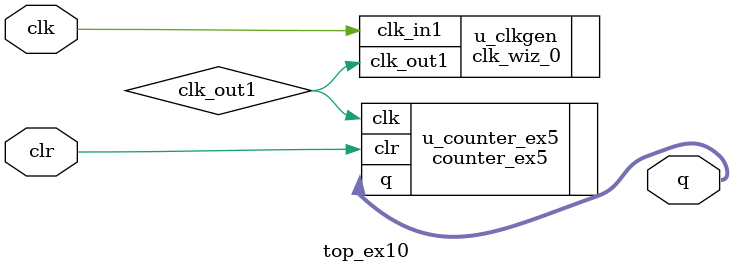
<source format=v>
module top_ex10(
    input       clk,
    input       clr,
    output[3:0] q   
);
    wire clk_out1;

    clk_wiz_0 u_clkgen
    (
        .clk_out1(clk_out1),     
        .clk_in1 (clk )
    );

    counter_ex5 u_counter_ex5(
        .clk(clk_out1),
        .clr(clr     ),
        .q  (q       )
    );
endmodule

</source>
